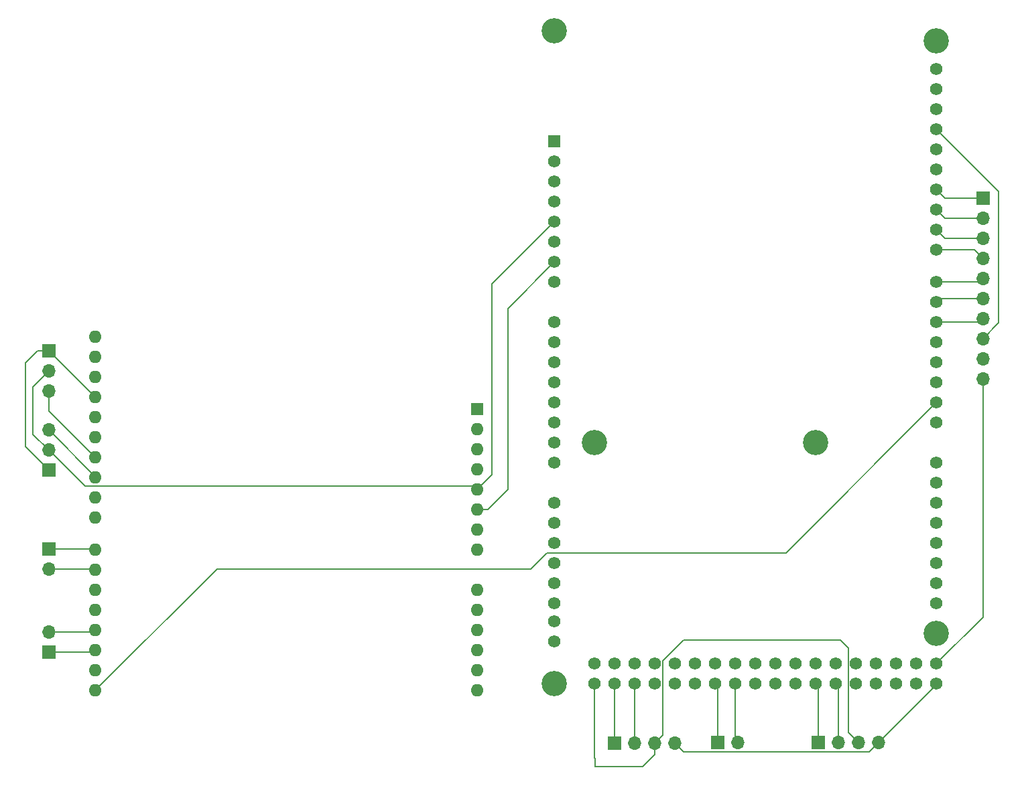
<source format=gbr>
%TF.GenerationSoftware,KiCad,Pcbnew,8.0.3*%
%TF.CreationDate,2024-07-17T21:27:30+08:00*%
%TF.ProjectId,prp_circuit_board,7072705f-6369-4726-9375-69745f626f61,rev?*%
%TF.SameCoordinates,Original*%
%TF.FileFunction,Soldermask,Top*%
%TF.FilePolarity,Negative*%
%FSLAX46Y46*%
G04 Gerber Fmt 4.6, Leading zero omitted, Abs format (unit mm)*
G04 Created by KiCad (PCBNEW 8.0.3) date 2024-07-17 21:27:30*
%MOMM*%
%LPD*%
G01*
G04 APERTURE LIST*
G04 Aperture macros list*
%AMRoundRect*
0 Rectangle with rounded corners*
0 $1 Rounding radius*
0 $2 $3 $4 $5 $6 $7 $8 $9 X,Y pos of 4 corners*
0 Add a 4 corners polygon primitive as box body*
4,1,4,$2,$3,$4,$5,$6,$7,$8,$9,$2,$3,0*
0 Add four circle primitives for the rounded corners*
1,1,$1+$1,$2,$3*
1,1,$1+$1,$4,$5*
1,1,$1+$1,$6,$7*
1,1,$1+$1,$8,$9*
0 Add four rect primitives between the rounded corners*
20,1,$1+$1,$2,$3,$4,$5,0*
20,1,$1+$1,$4,$5,$6,$7,0*
20,1,$1+$1,$6,$7,$8,$9,0*
20,1,$1+$1,$8,$9,$2,$3,0*%
G04 Aperture macros list end*
%ADD10R,1.700000X1.700000*%
%ADD11O,1.700000X1.700000*%
%ADD12C,1.562000*%
%ADD13RoundRect,0.102000X-0.679000X-0.679000X0.679000X-0.679000X0.679000X0.679000X-0.679000X0.679000X0*%
%ADD14C,3.200000*%
%ADD15R,1.600000X1.600000*%
%ADD16O,1.600000X1.600000*%
%TA.AperFunction,ComponentPad*%
%ADD17R,1.700000X1.700000*%
%TD*%
%TA.AperFunction,ComponentPad*%
%ADD18O,1.700000X1.700000*%
%TD*%
%TA.AperFunction,ComponentPad*%
%ADD19C,1.358000*%
%TD*%
%TA.AperFunction,ComponentPad*%
%ADD20R,1.358000X1.358000*%
%TD*%
%TA.AperFunction,ComponentPad*%
%ADD21R,1.600000X1.600000*%
%TD*%
%TA.AperFunction,ComponentPad*%
%ADD22O,1.600000X1.600000*%
%TD*%
%TA.AperFunction,Conductor*%
%ADD23C,0.200000*%
%TD*%
G04 APERTURE END LIST*
D10*
%TO.C,VALVE1*%
X105460000Y-143082826D03*
D11*
X108000000Y-143082826D03*
X110540000Y-143082826D03*
X113080000Y-143082826D03*
%TD*%
D10*
%TO.C,Receiver1*%
X152000000Y-74140000D03*
D11*
X152000000Y-76680000D03*
X152000000Y-79220000D03*
X152000000Y-81760000D03*
X152000000Y-84300000D03*
X152000000Y-86840000D03*
X152000000Y-89380000D03*
X152000000Y-91920000D03*
X152000000Y-94460000D03*
X152000000Y-97000000D03*
%TD*%
D10*
%TO.C,L_PROP1*%
X34000000Y-108540000D03*
D11*
X34000000Y-106000000D03*
X34000000Y-103460000D03*
%TD*%
D12*
%TO.C,A2*%
X97870000Y-84740000D03*
X146130000Y-60356000D03*
X146130000Y-57816000D03*
X97870000Y-72040000D03*
D13*
X97870000Y-66960000D03*
D12*
X97870000Y-69500000D03*
X102950000Y-135540000D03*
X102950000Y-133000000D03*
X146130000Y-65436000D03*
X97870000Y-82200000D03*
X97870000Y-79660000D03*
X146130000Y-62896000D03*
X97870000Y-130206000D03*
X97870000Y-127666000D03*
X97870000Y-125380000D03*
X97870000Y-122840000D03*
X97870000Y-120300000D03*
X97870000Y-117760000D03*
X97870000Y-115220000D03*
X97870000Y-112680000D03*
X97870000Y-107600000D03*
X97870000Y-105060000D03*
X97870000Y-102520000D03*
X97870000Y-99980000D03*
X97870000Y-97440000D03*
X97870000Y-94900000D03*
X97870000Y-92360000D03*
X97870000Y-89820000D03*
X105490000Y-135540000D03*
X105490000Y-133000000D03*
X108030000Y-135540000D03*
X108030000Y-133000000D03*
X110570000Y-135540000D03*
X110570000Y-133000000D03*
X113110000Y-135540000D03*
X113110000Y-133000000D03*
X115650000Y-135540000D03*
X115650000Y-133000000D03*
X118190000Y-135540000D03*
X118190000Y-133000000D03*
X120730000Y-135540000D03*
X120730000Y-133000000D03*
X123270000Y-135540000D03*
X123270000Y-133000000D03*
X125810000Y-135540000D03*
X125810000Y-133000000D03*
X128350000Y-135540000D03*
X128350000Y-133000000D03*
X130890000Y-135540000D03*
X130890000Y-133000000D03*
X133430000Y-135540000D03*
X133430000Y-133000000D03*
X135970000Y-135540000D03*
X135970000Y-133000000D03*
X138510000Y-135540000D03*
X138510000Y-133000000D03*
X141050000Y-135540000D03*
X141050000Y-133000000D03*
X143590000Y-135540000D03*
X143590000Y-133000000D03*
X146130000Y-125380000D03*
X146130000Y-122840000D03*
X146130000Y-120300000D03*
X146130000Y-117760000D03*
X146130000Y-115220000D03*
X146130000Y-112680000D03*
X146130000Y-110140000D03*
X146130000Y-107600000D03*
X146130000Y-67976000D03*
X146130000Y-70516000D03*
X146130000Y-73056000D03*
X146130000Y-75596000D03*
X146130000Y-78136000D03*
X146130000Y-80676000D03*
X146130000Y-84740000D03*
X146130000Y-87280000D03*
X146130000Y-135540000D03*
X146130000Y-133000000D03*
X97870000Y-77120000D03*
X146130000Y-89820000D03*
X146130000Y-92360000D03*
X97870000Y-74580000D03*
X146130000Y-94900000D03*
X146130000Y-97440000D03*
X146130000Y-99980000D03*
X146130000Y-102520000D03*
D14*
X146130000Y-129190000D03*
X146130000Y-54260000D03*
X130890000Y-105060000D03*
X102950000Y-105060000D03*
X97870000Y-135540000D03*
X97870000Y-52990000D03*
%TD*%
D10*
%TO.C,R_PROP1*%
X34000000Y-93460000D03*
D11*
X34000000Y-96000000D03*
X34000000Y-98540000D03*
%TD*%
D10*
%TO.C,L_TRACK1*%
X34000000Y-131540000D03*
D11*
X34000000Y-129000000D03*
%TD*%
D15*
%TO.C,A1*%
X88130000Y-100825000D03*
D16*
X88130000Y-103365000D03*
X88130000Y-105905000D03*
X88130000Y-108445000D03*
X88130000Y-110985000D03*
X88130000Y-113525000D03*
X88130000Y-116065000D03*
X88130000Y-118605000D03*
X88130000Y-123685000D03*
X88130000Y-126225000D03*
X88130000Y-128765000D03*
X88130000Y-131305000D03*
X88130000Y-133845000D03*
X88130000Y-136385000D03*
X39870000Y-136385000D03*
X39870000Y-133845000D03*
X39870000Y-131305000D03*
X39870000Y-128765000D03*
X39870000Y-126225000D03*
X39870000Y-123685000D03*
X39870000Y-121145000D03*
X39870000Y-118605000D03*
X39870000Y-114545000D03*
X39870000Y-112005000D03*
X39870000Y-109465000D03*
X39870000Y-106925000D03*
X39870000Y-104385000D03*
X39870000Y-101845000D03*
X39870000Y-99305000D03*
X39870000Y-96765000D03*
X39870000Y-94225000D03*
X39870000Y-91685000D03*
%TD*%
D10*
%TO.C,R_TRACK1*%
X34000000Y-118460000D03*
D11*
X34000000Y-121000000D03*
%TD*%
D10*
%TO.C,PUMPS1*%
X131200000Y-142975000D03*
D11*
X133740000Y-142975000D03*
X136280000Y-142975000D03*
X138820000Y-142975000D03*
%TD*%
D10*
%TO.C,ACTUATOR1*%
X118460000Y-143000000D03*
D11*
X121000000Y-143000000D03*
%TD*%
D17*
%TO.P,VALVE1,1,Pin_1*%
%TO.N,Net-(VALVE1-Pin_1)*%
X105460000Y-143082826D03*
D18*
%TO.P,VALVE1,2,Pin_2*%
%TO.N,Net-(VALVE1-Pin_2)*%
X108000000Y-143082826D03*
%TO.P,VALVE1,3,Pin_3*%
%TO.N,GND*%
X110540000Y-143082826D03*
%TO.P,VALVE1,4,Pin_4*%
%TO.N,+5V*%
X113080000Y-143082826D03*
%TD*%
D17*
%TO.P,Receiver1,1,Pin_1*%
%TO.N,JOYSTICK_RIGHT_X*%
X152000000Y-74140000D03*
D18*
%TO.P,Receiver1,2,Pin_2*%
%TO.N,JOYSTICK_RIGHT_Y*%
X152000000Y-76680000D03*
%TO.P,Receiver1,3,Pin_3*%
%TO.N,JOYSTICK_LEFT_Y*%
X152000000Y-79220000D03*
%TO.P,Receiver1,4,Pin_4*%
%TO.N,JOYSTICK_LEFT_X*%
X152000000Y-81760000D03*
%TO.P,Receiver1,5,Pin_5*%
%TO.N,CH6_SIGNAL*%
X152000000Y-84300000D03*
%TO.P,Receiver1,6,Pin_6*%
%TO.N,PUMP_SIGNAL*%
X152000000Y-86840000D03*
%TO.P,Receiver1,7,Pin_7*%
%TO.N,ACTUATOR_SIGNAL*%
X152000000Y-89380000D03*
%TO.P,Receiver1,8,Pin_8*%
%TO.N,GND*%
X152000000Y-91920000D03*
%TO.P,Receiver1,9,Pin_9*%
%TO.N,unconnected-(Receiver1-Pin_9-Pad9)*%
X152000000Y-94460000D03*
%TO.P,Receiver1,10,Pin_10*%
%TO.N,+5V*%
X152000000Y-97000000D03*
%TD*%
D17*
%TO.P,L_PROP1,1,Pin_1*%
%TO.N,GND*%
X34000000Y-108540000D03*
D18*
%TO.P,L_PROP1,2,Pin_2*%
%TO.N,+5V*%
X34000000Y-106000000D03*
%TO.P,L_PROP1,3,Pin_3*%
%TO.N,Net-(A1-D10)*%
X34000000Y-103460000D03*
%TD*%
D19*
%TO.P,A2,VIN,VIN*%
%TO.N,unconnected-(A2-PadVIN)*%
X97870000Y-84740000D03*
%TO.P,A2,SDA,SDA*%
%TO.N,unconnected-(A2-PadSDA)*%
X146130000Y-60356000D03*
%TO.P,A2,SCL,SCL*%
%TO.N,unconnected-(A2-PadSCL)*%
X146130000Y-57816000D03*
%TO.P,A2,RESET,RESET*%
%TO.N,unconnected-(A2-PadRESET)*%
X97870000Y-72040000D03*
D20*
%TO.P,A2,NC,NC*%
%TO.N,unconnected-(A2-PadNC)*%
X97870000Y-66960000D03*
D19*
%TO.P,A2,IOREF,IOREF*%
%TO.N,unconnected-(A2-PadIOREF)*%
X97870000Y-69500000D03*
%TO.P,A2,GND5,GND5*%
%TO.N,GND*%
X102950000Y-135540000D03*
%TO.P,A2,GND4,GND4*%
X102950000Y-133000000D03*
%TO.P,A2,GND3,GND3*%
X146130000Y-65436000D03*
%TO.P,A2,GND2,GND2*%
X97870000Y-82200000D03*
%TO.P,A2,GND1,GND1*%
X97870000Y-79660000D03*
%TO.P,A2,AREF,AREF*%
%TO.N,unconnected-(A2-PadAREF)*%
X146130000Y-62896000D03*
%TO.P,A2,AD15,AD15*%
%TO.N,unconnected-(A2-PadAD15)*%
X97870000Y-130206000D03*
%TO.P,A2,AD14,AD14*%
%TO.N,unconnected-(A2-PadAD14)*%
X97870000Y-127666000D03*
%TO.P,A2,AD13,AD13*%
%TO.N,unconnected-(A2-PadAD13)*%
X97870000Y-125380000D03*
%TO.P,A2,AD12,AD12*%
%TO.N,unconnected-(A2-PadAD12)*%
X97870000Y-122840000D03*
%TO.P,A2,AD11,AD11*%
%TO.N,unconnected-(A2-PadAD11)*%
X97870000Y-120300000D03*
%TO.P,A2,AD10,AD10*%
%TO.N,unconnected-(A2-PadAD10)*%
X97870000Y-117760000D03*
%TO.P,A2,AD9,AD9*%
%TO.N,unconnected-(A2-PadAD9)*%
X97870000Y-115220000D03*
%TO.P,A2,AD8,AD8*%
%TO.N,unconnected-(A2-PadAD8)*%
X97870000Y-112680000D03*
%TO.P,A2,AD7,AD7*%
%TO.N,unconnected-(A2-PadAD7)*%
X97870000Y-107600000D03*
%TO.P,A2,AD6,AD6*%
%TO.N,unconnected-(A2-PadAD6)*%
X97870000Y-105060000D03*
%TO.P,A2,AD5,AD5*%
%TO.N,unconnected-(A2-PadAD5)*%
X97870000Y-102520000D03*
%TO.P,A2,AD4,AD4*%
%TO.N,unconnected-(A2-PadAD4)*%
X97870000Y-99980000D03*
%TO.P,A2,AD3,AD3*%
%TO.N,unconnected-(A2-PadAD3)*%
X97870000Y-97440000D03*
%TO.P,A2,AD2,AD2*%
%TO.N,unconnected-(A2-PadAD2)*%
X97870000Y-94900000D03*
%TO.P,A2,AD1,AD1*%
%TO.N,unconnected-(A2-PadAD1)*%
X97870000Y-92360000D03*
%TO.P,A2,AD0,AD0*%
%TO.N,unconnected-(A2-PadAD0)*%
X97870000Y-89820000D03*
%TO.P,A2,53,53*%
%TO.N,Net-(VALVE1-Pin_1)*%
X105490000Y-135540000D03*
%TO.P,A2,52,52*%
%TO.N,unconnected-(A2-Pad52)*%
X105490000Y-133000000D03*
%TO.P,A2,51,51*%
%TO.N,Net-(VALVE1-Pin_2)*%
X108030000Y-135540000D03*
%TO.P,A2,50,50*%
%TO.N,unconnected-(A2-Pad50)*%
X108030000Y-133000000D03*
%TO.P,A2,49,49*%
%TO.N,unconnected-(A2-Pad49)*%
X110570000Y-135540000D03*
%TO.P,A2,48,48*%
%TO.N,unconnected-(A2-Pad48)*%
X110570000Y-133000000D03*
%TO.P,A2,47,47*%
%TO.N,unconnected-(A2-Pad47)*%
X113110000Y-135540000D03*
%TO.P,A2,46,46*%
%TO.N,unconnected-(A2-Pad46)*%
X113110000Y-133000000D03*
%TO.P,A2,45,45*%
%TO.N,unconnected-(A2-Pad45)*%
X115650000Y-135540000D03*
%TO.P,A2,44,44*%
%TO.N,unconnected-(A2-Pad44)*%
X115650000Y-133000000D03*
%TO.P,A2,43,43*%
%TO.N,Net-(ACTUATOR1-Pin_1)*%
X118190000Y-135540000D03*
%TO.P,A2,42,42*%
%TO.N,unconnected-(A2-Pad42)*%
X118190000Y-133000000D03*
%TO.P,A2,41,41*%
%TO.N,Net-(ACTUATOR1-Pin_2)*%
X120730000Y-135540000D03*
%TO.P,A2,40,40*%
%TO.N,unconnected-(A2-Pad40)*%
X120730000Y-133000000D03*
%TO.P,A2,39,39*%
%TO.N,unconnected-(A2-Pad39)*%
X123270000Y-135540000D03*
%TO.P,A2,38,38*%
%TO.N,unconnected-(A2-Pad38)*%
X123270000Y-133000000D03*
%TO.P,A2,37,37*%
%TO.N,unconnected-(A2-Pad37)*%
X125810000Y-135540000D03*
%TO.P,A2,36,36*%
%TO.N,unconnected-(A2-Pad36)*%
X125810000Y-133000000D03*
%TO.P,A2,35,35*%
%TO.N,unconnected-(A2-Pad35)*%
X128350000Y-135540000D03*
%TO.P,A2,34,34*%
%TO.N,unconnected-(A2-Pad34)*%
X128350000Y-133000000D03*
%TO.P,A2,33,33*%
%TO.N,Net-(PUMPS1-Pin_1)*%
X130890000Y-135540000D03*
%TO.P,A2,32,32*%
%TO.N,unconnected-(A2-Pad32)*%
X130890000Y-133000000D03*
%TO.P,A2,31,31*%
%TO.N,Net-(PUMPS1-Pin_2)*%
X133430000Y-135540000D03*
%TO.P,A2,30,30*%
%TO.N,unconnected-(A2-Pad30)*%
X133430000Y-133000000D03*
%TO.P,A2,29,29*%
%TO.N,unconnected-(A2-Pad29)*%
X135970000Y-135540000D03*
%TO.P,A2,28,28*%
%TO.N,unconnected-(A2-Pad28)*%
X135970000Y-133000000D03*
%TO.P,A2,27,27*%
%TO.N,unconnected-(A2-Pad27)*%
X138510000Y-135540000D03*
%TO.P,A2,26,26*%
%TO.N,unconnected-(A2-Pad26)*%
X138510000Y-133000000D03*
%TO.P,A2,25,25*%
%TO.N,unconnected-(A2-Pad25)*%
X141050000Y-135540000D03*
%TO.P,A2,24,24*%
%TO.N,unconnected-(A2-Pad24)*%
X141050000Y-133000000D03*
%TO.P,A2,23,23*%
%TO.N,unconnected-(A2-Pad23)*%
X143590000Y-135540000D03*
%TO.P,A2,22,22*%
%TO.N,unconnected-(A2-Pad22)*%
X143590000Y-133000000D03*
%TO.P,A2,21,21*%
%TO.N,unconnected-(A2-Pad21)*%
X146130000Y-125380000D03*
%TO.P,A2,20,20*%
%TO.N,unconnected-(A2-Pad20)*%
X146130000Y-122840000D03*
%TO.P,A2,19,19*%
%TO.N,unconnected-(A2-Pad19)*%
X146130000Y-120300000D03*
%TO.P,A2,18,18*%
%TO.N,unconnected-(A2-Pad18)*%
X146130000Y-117760000D03*
%TO.P,A2,17,17*%
%TO.N,unconnected-(A2-Pad17)*%
X146130000Y-115220000D03*
%TO.P,A2,16,16*%
%TO.N,unconnected-(A2-Pad16)*%
X146130000Y-112680000D03*
%TO.P,A2,15,15*%
%TO.N,unconnected-(A2-Pad15)*%
X146130000Y-110140000D03*
%TO.P,A2,14,14*%
%TO.N,unconnected-(A2-Pad14)*%
X146130000Y-107600000D03*
%TO.P,A2,13,13*%
%TO.N,unconnected-(A2-Pad13)*%
X146130000Y-67976000D03*
%TO.P,A2,12,12*%
%TO.N,unconnected-(A2-Pad12)*%
X146130000Y-70516000D03*
%TO.P,A2,11,11*%
%TO.N,JOYSTICK_RIGHT_X*%
X146130000Y-73056000D03*
%TO.P,A2,10,10*%
%TO.N,JOYSTICK_RIGHT_Y*%
X146130000Y-75596000D03*
%TO.P,A2,9,9*%
%TO.N,JOYSTICK_LEFT_Y*%
X146130000Y-78136000D03*
%TO.P,A2,8,8*%
%TO.N,JOYSTICK_LEFT_X*%
X146130000Y-80676000D03*
%TO.P,A2,7,7*%
%TO.N,CH6_SIGNAL*%
X146130000Y-84740000D03*
%TO.P,A2,6,6*%
%TO.N,PUMP_SIGNAL*%
X146130000Y-87280000D03*
%TO.P,A2,5V_3,+5V_3*%
%TO.N,+5V*%
X146130000Y-135540000D03*
%TO.P,A2,5V_2,+5V_2*%
X146130000Y-133000000D03*
%TO.P,A2,5V_1,+5V_1*%
X97870000Y-77120000D03*
%TO.P,A2,5,5*%
%TO.N,ACTUATOR_SIGNAL*%
X146130000Y-89820000D03*
%TO.P,A2,4,4*%
%TO.N,unconnected-(A2-Pad4)*%
X146130000Y-92360000D03*
%TO.P,A2,3V3,+3V3*%
%TO.N,unconnected-(A2-+3V3-Pad3V3)*%
X97870000Y-74580000D03*
%TO.P,A2,3,3*%
%TO.N,unconnected-(A2-Pad3)*%
X146130000Y-94900000D03*
%TO.P,A2,2,2*%
%TO.N,unconnected-(A2-Pad2)*%
X146130000Y-97440000D03*
%TO.P,A2,1,1/TX*%
%TO.N,Net-(A1-D0{slash}RX)*%
X146130000Y-99980000D03*
%TO.P,A2,0,0/RX*%
%TO.N,unconnected-(A2-0{slash}RX-Pad0)*%
X146130000Y-102520000D03*
%TD*%
D17*
%TO.P,R_PROP1,1,Pin_1*%
%TO.N,GND*%
X34000000Y-93460000D03*
D18*
%TO.P,R_PROP1,2,Pin_2*%
%TO.N,+5V*%
X34000000Y-96000000D03*
%TO.P,R_PROP1,3,Pin_3*%
%TO.N,Net-(A1-D11)*%
X34000000Y-98540000D03*
%TD*%
D17*
%TO.P,L_TRACK1,1,Pin_1*%
%TO.N,Net-(A1-D2)*%
X34000000Y-131540000D03*
D18*
%TO.P,L_TRACK1,2,Pin_2*%
%TO.N,Net-(A1-D3)*%
X34000000Y-129000000D03*
%TD*%
D21*
%TO.P,A1,1,NC*%
%TO.N,unconnected-(A1-NC-Pad1)*%
X88130000Y-100825000D03*
D22*
%TO.P,A1,2,IOREF*%
%TO.N,unconnected-(A1-IOREF-Pad2)*%
X88130000Y-103365000D03*
%TO.P,A1,3,~{RESET}*%
%TO.N,unconnected-(A1-~{RESET}-Pad3)*%
X88130000Y-105905000D03*
%TO.P,A1,4,3V3*%
%TO.N,unconnected-(A1-3V3-Pad4)*%
X88130000Y-108445000D03*
%TO.P,A1,5,+5V*%
%TO.N,+5V*%
X88130000Y-110985000D03*
%TO.P,A1,6,GND*%
%TO.N,GND*%
X88130000Y-113525000D03*
%TO.P,A1,7,GND*%
%TO.N,unconnected-(A1-GND-Pad7)*%
X88130000Y-116065000D03*
%TO.P,A1,8,VIN*%
%TO.N,unconnected-(A1-VIN-Pad8)*%
X88130000Y-118605000D03*
%TO.P,A1,9,A0*%
%TO.N,unconnected-(A1-A0-Pad9)*%
X88130000Y-123685000D03*
%TO.P,A1,10,A1*%
%TO.N,unconnected-(A1-A1-Pad10)*%
X88130000Y-126225000D03*
%TO.P,A1,11,A2*%
%TO.N,unconnected-(A1-A2-Pad11)*%
X88130000Y-128765000D03*
%TO.P,A1,12,A3*%
%TO.N,unconnected-(A1-A3-Pad12)*%
X88130000Y-131305000D03*
%TO.P,A1,13,SDA/A4*%
%TO.N,unconnected-(A1-SDA{slash}A4-Pad13)*%
X88130000Y-133845000D03*
%TO.P,A1,14,SCL/A5*%
%TO.N,unconnected-(A1-SCL{slash}A5-Pad14)*%
X88130000Y-136385000D03*
%TO.P,A1,15,D0/RX*%
%TO.N,Net-(A1-D0{slash}RX)*%
X39870000Y-136385000D03*
%TO.P,A1,16,D1/TX*%
%TO.N,unconnected-(A1-D1{slash}TX-Pad16)*%
X39870000Y-133845000D03*
%TO.P,A1,17,D2*%
%TO.N,Net-(A1-D2)*%
X39870000Y-131305000D03*
%TO.P,A1,18,D3*%
%TO.N,Net-(A1-D3)*%
X39870000Y-128765000D03*
%TO.P,A1,19,D4*%
%TO.N,unconnected-(A1-D4-Pad19)*%
X39870000Y-126225000D03*
%TO.P,A1,20,D5*%
%TO.N,unconnected-(A1-D5-Pad20)*%
X39870000Y-123685000D03*
%TO.P,A1,21,D6*%
%TO.N,Net-(A1-D6)*%
X39870000Y-121145000D03*
%TO.P,A1,22,D7*%
%TO.N,Net-(A1-D7)*%
X39870000Y-118605000D03*
%TO.P,A1,23,D8*%
%TO.N,unconnected-(A1-D8-Pad23)*%
X39870000Y-114545000D03*
%TO.P,A1,24,D9*%
%TO.N,unconnected-(A1-D9-Pad24)*%
X39870000Y-112005000D03*
%TO.P,A1,25,D10*%
%TO.N,Net-(A1-D10)*%
X39870000Y-109465000D03*
%TO.P,A1,26,D11*%
%TO.N,Net-(A1-D11)*%
X39870000Y-106925000D03*
%TO.P,A1,27,D12*%
%TO.N,unconnected-(A1-D12-Pad27)*%
X39870000Y-104385000D03*
%TO.P,A1,28,D13*%
%TO.N,unconnected-(A1-D13-Pad28)*%
X39870000Y-101845000D03*
%TO.P,A1,29,GND*%
%TO.N,GND*%
X39870000Y-99305000D03*
%TO.P,A1,30,AREF*%
%TO.N,unconnected-(A1-AREF-Pad30)*%
X39870000Y-96765000D03*
%TO.P,A1,31,SDA/A4*%
%TO.N,unconnected-(A1-SDA{slash}A4-Pad31)*%
X39870000Y-94225000D03*
%TO.P,A1,32,SCL/A5*%
%TO.N,unconnected-(A1-SCL{slash}A5-Pad32)*%
X39870000Y-91685000D03*
%TD*%
D17*
%TO.P,R_TRACK1,1,Pin_1*%
%TO.N,Net-(A1-D7)*%
X34000000Y-118460000D03*
D18*
%TO.P,R_TRACK1,2,Pin_2*%
%TO.N,Net-(A1-D6)*%
X34000000Y-121000000D03*
%TD*%
D17*
%TO.P,PUMPS1,1,Pin_1*%
%TO.N,Net-(PUMPS1-Pin_1)*%
X131200000Y-142975000D03*
D18*
%TO.P,PUMPS1,2,Pin_2*%
%TO.N,Net-(PUMPS1-Pin_2)*%
X133740000Y-142975000D03*
%TO.P,PUMPS1,3,Pin_3*%
%TO.N,GND*%
X136280000Y-142975000D03*
%TO.P,PUMPS1,4,Pin_4*%
%TO.N,+5V*%
X138820000Y-142975000D03*
%TD*%
D17*
%TO.P,ACTUATOR1,1,Pin_1*%
%TO.N,Net-(ACTUATOR1-Pin_1)*%
X118460000Y-143000000D03*
D18*
%TO.P,ACTUATOR1,2,Pin_2*%
%TO.N,Net-(ACTUATOR1-Pin_2)*%
X121000000Y-143000000D03*
%TD*%
D17*
%TO.P,VALVE1,1,Pin_1*%
%TO.N,Net-(VALVE1-Pin_1)*%
X105460000Y-143082826D03*
D18*
%TO.P,VALVE1,2,Pin_2*%
%TO.N,Net-(VALVE1-Pin_2)*%
X108000000Y-143082826D03*
%TO.P,VALVE1,3,Pin_3*%
%TO.N,GND*%
X110540000Y-143082826D03*
%TO.P,VALVE1,4,Pin_4*%
%TO.N,+5V*%
X113080000Y-143082826D03*
%TD*%
D17*
%TO.P,Receiver1,1,Pin_1*%
%TO.N,JOYSTICK_RIGHT_X*%
X152000000Y-74140000D03*
D18*
%TO.P,Receiver1,2,Pin_2*%
%TO.N,JOYSTICK_RIGHT_Y*%
X152000000Y-76680000D03*
%TO.P,Receiver1,3,Pin_3*%
%TO.N,JOYSTICK_LEFT_Y*%
X152000000Y-79220000D03*
%TO.P,Receiver1,4,Pin_4*%
%TO.N,JOYSTICK_LEFT_X*%
X152000000Y-81760000D03*
%TO.P,Receiver1,5,Pin_5*%
%TO.N,CH6_SIGNAL*%
X152000000Y-84300000D03*
%TO.P,Receiver1,6,Pin_6*%
%TO.N,PUMP_SIGNAL*%
X152000000Y-86840000D03*
%TO.P,Receiver1,7,Pin_7*%
%TO.N,ACTUATOR_SIGNAL*%
X152000000Y-89380000D03*
%TO.P,Receiver1,8,Pin_8*%
%TO.N,GND*%
X152000000Y-91920000D03*
%TO.P,Receiver1,9,Pin_9*%
%TO.N,unconnected-(Receiver1-Pin_9-Pad9)*%
X152000000Y-94460000D03*
%TO.P,Receiver1,10,Pin_10*%
%TO.N,+5V*%
X152000000Y-97000000D03*
%TD*%
D17*
%TO.P,L_PROP1,1,Pin_1*%
%TO.N,GND*%
X34000000Y-108540000D03*
D18*
%TO.P,L_PROP1,2,Pin_2*%
%TO.N,+5V*%
X34000000Y-106000000D03*
%TO.P,L_PROP1,3,Pin_3*%
%TO.N,Net-(A1-D10)*%
X34000000Y-103460000D03*
%TD*%
D19*
%TO.P,A2,VIN,VIN*%
%TO.N,unconnected-(A2-PadVIN)*%
X97870000Y-84740000D03*
%TO.P,A2,SDA,SDA*%
%TO.N,unconnected-(A2-PadSDA)*%
X146130000Y-60356000D03*
%TO.P,A2,SCL,SCL*%
%TO.N,unconnected-(A2-PadSCL)*%
X146130000Y-57816000D03*
%TO.P,A2,RESET,RESET*%
%TO.N,unconnected-(A2-PadRESET)*%
X97870000Y-72040000D03*
D20*
%TO.P,A2,NC,NC*%
%TO.N,unconnected-(A2-PadNC)*%
X97870000Y-66960000D03*
D19*
%TO.P,A2,IOREF,IOREF*%
%TO.N,unconnected-(A2-PadIOREF)*%
X97870000Y-69500000D03*
%TO.P,A2,GND5,GND5*%
%TO.N,GND*%
X102950000Y-135540000D03*
%TO.P,A2,GND4,GND4*%
X102950000Y-133000000D03*
%TO.P,A2,GND3,GND3*%
X146130000Y-65436000D03*
%TO.P,A2,GND2,GND2*%
X97870000Y-82200000D03*
%TO.P,A2,GND1,GND1*%
X97870000Y-79660000D03*
%TO.P,A2,AREF,AREF*%
%TO.N,unconnected-(A2-PadAREF)*%
X146130000Y-62896000D03*
%TO.P,A2,AD15,AD15*%
%TO.N,unconnected-(A2-PadAD15)*%
X97870000Y-130206000D03*
%TO.P,A2,AD14,AD14*%
%TO.N,unconnected-(A2-PadAD14)*%
X97870000Y-127666000D03*
%TO.P,A2,AD13,AD13*%
%TO.N,unconnected-(A2-PadAD13)*%
X97870000Y-125380000D03*
%TO.P,A2,AD12,AD12*%
%TO.N,unconnected-(A2-PadAD12)*%
X97870000Y-122840000D03*
%TO.P,A2,AD11,AD11*%
%TO.N,unconnected-(A2-PadAD11)*%
X97870000Y-120300000D03*
%TO.P,A2,AD10,AD10*%
%TO.N,unconnected-(A2-PadAD10)*%
X97870000Y-117760000D03*
%TO.P,A2,AD9,AD9*%
%TO.N,unconnected-(A2-PadAD9)*%
X97870000Y-115220000D03*
%TO.P,A2,AD8,AD8*%
%TO.N,unconnected-(A2-PadAD8)*%
X97870000Y-112680000D03*
%TO.P,A2,AD7,AD7*%
%TO.N,unconnected-(A2-PadAD7)*%
X97870000Y-107600000D03*
%TO.P,A2,AD6,AD6*%
%TO.N,unconnected-(A2-PadAD6)*%
X97870000Y-105060000D03*
%TO.P,A2,AD5,AD5*%
%TO.N,unconnected-(A2-PadAD5)*%
X97870000Y-102520000D03*
%TO.P,A2,AD4,AD4*%
%TO.N,unconnected-(A2-PadAD4)*%
X97870000Y-99980000D03*
%TO.P,A2,AD3,AD3*%
%TO.N,unconnected-(A2-PadAD3)*%
X97870000Y-97440000D03*
%TO.P,A2,AD2,AD2*%
%TO.N,unconnected-(A2-PadAD2)*%
X97870000Y-94900000D03*
%TO.P,A2,AD1,AD1*%
%TO.N,unconnected-(A2-PadAD1)*%
X97870000Y-92360000D03*
%TO.P,A2,AD0,AD0*%
%TO.N,unconnected-(A2-PadAD0)*%
X97870000Y-89820000D03*
%TO.P,A2,53,53*%
%TO.N,Net-(VALVE1-Pin_1)*%
X105490000Y-135540000D03*
%TO.P,A2,52,52*%
%TO.N,unconnected-(A2-Pad52)*%
X105490000Y-133000000D03*
%TO.P,A2,51,51*%
%TO.N,Net-(VALVE1-Pin_2)*%
X108030000Y-135540000D03*
%TO.P,A2,50,50*%
%TO.N,unconnected-(A2-Pad50)*%
X108030000Y-133000000D03*
%TO.P,A2,49,49*%
%TO.N,unconnected-(A2-Pad49)*%
X110570000Y-135540000D03*
%TO.P,A2,48,48*%
%TO.N,unconnected-(A2-Pad48)*%
X110570000Y-133000000D03*
%TO.P,A2,47,47*%
%TO.N,unconnected-(A2-Pad47)*%
X113110000Y-135540000D03*
%TO.P,A2,46,46*%
%TO.N,unconnected-(A2-Pad46)*%
X113110000Y-133000000D03*
%TO.P,A2,45,45*%
%TO.N,unconnected-(A2-Pad45)*%
X115650000Y-135540000D03*
%TO.P,A2,44,44*%
%TO.N,unconnected-(A2-Pad44)*%
X115650000Y-133000000D03*
%TO.P,A2,43,43*%
%TO.N,Net-(ACTUATOR1-Pin_1)*%
X118190000Y-135540000D03*
%TO.P,A2,42,42*%
%TO.N,unconnected-(A2-Pad42)*%
X118190000Y-133000000D03*
%TO.P,A2,41,41*%
%TO.N,Net-(ACTUATOR1-Pin_2)*%
X120730000Y-135540000D03*
%TO.P,A2,40,40*%
%TO.N,unconnected-(A2-Pad40)*%
X120730000Y-133000000D03*
%TO.P,A2,39,39*%
%TO.N,unconnected-(A2-Pad39)*%
X123270000Y-135540000D03*
%TO.P,A2,38,38*%
%TO.N,unconnected-(A2-Pad38)*%
X123270000Y-133000000D03*
%TO.P,A2,37,37*%
%TO.N,unconnected-(A2-Pad37)*%
X125810000Y-135540000D03*
%TO.P,A2,36,36*%
%TO.N,unconnected-(A2-Pad36)*%
X125810000Y-133000000D03*
%TO.P,A2,35,35*%
%TO.N,unconnected-(A2-Pad35)*%
X128350000Y-135540000D03*
%TO.P,A2,34,34*%
%TO.N,unconnected-(A2-Pad34)*%
X128350000Y-133000000D03*
%TO.P,A2,33,33*%
%TO.N,Net-(PUMPS1-Pin_1)*%
X130890000Y-135540000D03*
%TO.P,A2,32,32*%
%TO.N,unconnected-(A2-Pad32)*%
X130890000Y-133000000D03*
%TO.P,A2,31,31*%
%TO.N,Net-(PUMPS1-Pin_2)*%
X133430000Y-135540000D03*
%TO.P,A2,30,30*%
%TO.N,unconnected-(A2-Pad30)*%
X133430000Y-133000000D03*
%TO.P,A2,29,29*%
%TO.N,unconnected-(A2-Pad29)*%
X135970000Y-135540000D03*
%TO.P,A2,28,28*%
%TO.N,unconnected-(A2-Pad28)*%
X135970000Y-133000000D03*
%TO.P,A2,27,27*%
%TO.N,unconnected-(A2-Pad27)*%
X138510000Y-135540000D03*
%TO.P,A2,26,26*%
%TO.N,unconnected-(A2-Pad26)*%
X138510000Y-133000000D03*
%TO.P,A2,25,25*%
%TO.N,unconnected-(A2-Pad25)*%
X141050000Y-135540000D03*
%TO.P,A2,24,24*%
%TO.N,unconnected-(A2-Pad24)*%
X141050000Y-133000000D03*
%TO.P,A2,23,23*%
%TO.N,unconnected-(A2-Pad23)*%
X143590000Y-135540000D03*
%TO.P,A2,22,22*%
%TO.N,unconnected-(A2-Pad22)*%
X143590000Y-133000000D03*
%TO.P,A2,21,21*%
%TO.N,unconnected-(A2-Pad21)*%
X146130000Y-125380000D03*
%TO.P,A2,20,20*%
%TO.N,unconnected-(A2-Pad20)*%
X146130000Y-122840000D03*
%TO.P,A2,19,19*%
%TO.N,unconnected-(A2-Pad19)*%
X146130000Y-120300000D03*
%TO.P,A2,18,18*%
%TO.N,unconnected-(A2-Pad18)*%
X146130000Y-117760000D03*
%TO.P,A2,17,17*%
%TO.N,unconnected-(A2-Pad17)*%
X146130000Y-115220000D03*
%TO.P,A2,16,16*%
%TO.N,unconnected-(A2-Pad16)*%
X146130000Y-112680000D03*
%TO.P,A2,15,15*%
%TO.N,unconnected-(A2-Pad15)*%
X146130000Y-110140000D03*
%TO.P,A2,14,14*%
%TO.N,unconnected-(A2-Pad14)*%
X146130000Y-107600000D03*
%TO.P,A2,13,13*%
%TO.N,unconnected-(A2-Pad13)*%
X146130000Y-67976000D03*
%TO.P,A2,12,12*%
%TO.N,unconnected-(A2-Pad12)*%
X146130000Y-70516000D03*
%TO.P,A2,11,11*%
%TO.N,JOYSTICK_RIGHT_X*%
X146130000Y-73056000D03*
%TO.P,A2,10,10*%
%TO.N,JOYSTICK_RIGHT_Y*%
X146130000Y-75596000D03*
%TO.P,A2,9,9*%
%TO.N,JOYSTICK_LEFT_Y*%
X146130000Y-78136000D03*
%TO.P,A2,8,8*%
%TO.N,JOYSTICK_LEFT_X*%
X146130000Y-80676000D03*
%TO.P,A2,7,7*%
%TO.N,CH6_SIGNAL*%
X146130000Y-84740000D03*
%TO.P,A2,6,6*%
%TO.N,PUMP_SIGNAL*%
X146130000Y-87280000D03*
%TO.P,A2,5V_3,+5V_3*%
%TO.N,+5V*%
X146130000Y-135540000D03*
%TO.P,A2,5V_2,+5V_2*%
X146130000Y-133000000D03*
%TO.P,A2,5V_1,+5V_1*%
X97870000Y-77120000D03*
%TO.P,A2,5,5*%
%TO.N,ACTUATOR_SIGNAL*%
X146130000Y-89820000D03*
%TO.P,A2,4,4*%
%TO.N,unconnected-(A2-Pad4)*%
X146130000Y-92360000D03*
%TO.P,A2,3V3,+3V3*%
%TO.N,unconnected-(A2-+3V3-Pad3V3)*%
X97870000Y-74580000D03*
%TO.P,A2,3,3*%
%TO.N,unconnected-(A2-Pad3)*%
X146130000Y-94900000D03*
%TO.P,A2,2,2*%
%TO.N,unconnected-(A2-Pad2)*%
X146130000Y-97440000D03*
%TO.P,A2,1,1/TX*%
%TO.N,Net-(A1-D0{slash}RX)*%
X146130000Y-99980000D03*
%TO.P,A2,0,0/RX*%
%TO.N,unconnected-(A2-0{slash}RX-Pad0)*%
X146130000Y-102520000D03*
%TD*%
D17*
%TO.P,R_PROP1,1,Pin_1*%
%TO.N,GND*%
X34000000Y-93460000D03*
D18*
%TO.P,R_PROP1,2,Pin_2*%
%TO.N,+5V*%
X34000000Y-96000000D03*
%TO.P,R_PROP1,3,Pin_3*%
%TO.N,Net-(A1-D11)*%
X34000000Y-98540000D03*
%TD*%
D17*
%TO.P,L_TRACK1,1,Pin_1*%
%TO.N,Net-(A1-D2)*%
X34000000Y-131540000D03*
D18*
%TO.P,L_TRACK1,2,Pin_2*%
%TO.N,Net-(A1-D3)*%
X34000000Y-129000000D03*
%TD*%
D21*
%TO.P,A1,1,NC*%
%TO.N,unconnected-(A1-NC-Pad1)*%
X88130000Y-100825000D03*
D22*
%TO.P,A1,2,IOREF*%
%TO.N,unconnected-(A1-IOREF-Pad2)*%
X88130000Y-103365000D03*
%TO.P,A1,3,~{RESET}*%
%TO.N,unconnected-(A1-~{RESET}-Pad3)*%
X88130000Y-105905000D03*
%TO.P,A1,4,3V3*%
%TO.N,unconnected-(A1-3V3-Pad4)*%
X88130000Y-108445000D03*
%TO.P,A1,5,+5V*%
%TO.N,+5V*%
X88130000Y-110985000D03*
%TO.P,A1,6,GND*%
%TO.N,GND*%
X88130000Y-113525000D03*
%TO.P,A1,7,GND*%
%TO.N,unconnected-(A1-GND-Pad7)*%
X88130000Y-116065000D03*
%TO.P,A1,8,VIN*%
%TO.N,unconnected-(A1-VIN-Pad8)*%
X88130000Y-118605000D03*
%TO.P,A1,9,A0*%
%TO.N,unconnected-(A1-A0-Pad9)*%
X88130000Y-123685000D03*
%TO.P,A1,10,A1*%
%TO.N,unconnected-(A1-A1-Pad10)*%
X88130000Y-126225000D03*
%TO.P,A1,11,A2*%
%TO.N,unconnected-(A1-A2-Pad11)*%
X88130000Y-128765000D03*
%TO.P,A1,12,A3*%
%TO.N,unconnected-(A1-A3-Pad12)*%
X88130000Y-131305000D03*
%TO.P,A1,13,SDA/A4*%
%TO.N,unconnected-(A1-SDA{slash}A4-Pad13)*%
X88130000Y-133845000D03*
%TO.P,A1,14,SCL/A5*%
%TO.N,unconnected-(A1-SCL{slash}A5-Pad14)*%
X88130000Y-136385000D03*
%TO.P,A1,15,D0/RX*%
%TO.N,Net-(A1-D0{slash}RX)*%
X39870000Y-136385000D03*
%TO.P,A1,16,D1/TX*%
%TO.N,unconnected-(A1-D1{slash}TX-Pad16)*%
X39870000Y-133845000D03*
%TO.P,A1,17,D2*%
%TO.N,Net-(A1-D2)*%
X39870000Y-131305000D03*
%TO.P,A1,18,D3*%
%TO.N,Net-(A1-D3)*%
X39870000Y-128765000D03*
%TO.P,A1,19,D4*%
%TO.N,unconnected-(A1-D4-Pad19)*%
X39870000Y-126225000D03*
%TO.P,A1,20,D5*%
%TO.N,unconnected-(A1-D5-Pad20)*%
X39870000Y-123685000D03*
%TO.P,A1,21,D6*%
%TO.N,Net-(A1-D6)*%
X39870000Y-121145000D03*
%TO.P,A1,22,D7*%
%TO.N,Net-(A1-D7)*%
X39870000Y-118605000D03*
%TO.P,A1,23,D8*%
%TO.N,unconnected-(A1-D8-Pad23)*%
X39870000Y-114545000D03*
%TO.P,A1,24,D9*%
%TO.N,unconnected-(A1-D9-Pad24)*%
X39870000Y-112005000D03*
%TO.P,A1,25,D10*%
%TO.N,Net-(A1-D10)*%
X39870000Y-109465000D03*
%TO.P,A1,26,D11*%
%TO.N,Net-(A1-D11)*%
X39870000Y-106925000D03*
%TO.P,A1,27,D12*%
%TO.N,unconnected-(A1-D12-Pad27)*%
X39870000Y-104385000D03*
%TO.P,A1,28,D13*%
%TO.N,unconnected-(A1-D13-Pad28)*%
X39870000Y-101845000D03*
%TO.P,A1,29,GND*%
%TO.N,GND*%
X39870000Y-99305000D03*
%TO.P,A1,30,AREF*%
%TO.N,unconnected-(A1-AREF-Pad30)*%
X39870000Y-96765000D03*
%TO.P,A1,31,SDA/A4*%
%TO.N,unconnected-(A1-SDA{slash}A4-Pad31)*%
X39870000Y-94225000D03*
%TO.P,A1,32,SCL/A5*%
%TO.N,unconnected-(A1-SCL{slash}A5-Pad32)*%
X39870000Y-91685000D03*
%TD*%
D17*
%TO.P,R_TRACK1,1,Pin_1*%
%TO.N,Net-(A1-D7)*%
X34000000Y-118460000D03*
D18*
%TO.P,R_TRACK1,2,Pin_2*%
%TO.N,Net-(A1-D6)*%
X34000000Y-121000000D03*
%TD*%
D17*
%TO.P,PUMPS1,1,Pin_1*%
%TO.N,Net-(PUMPS1-Pin_1)*%
X131200000Y-142975000D03*
D18*
%TO.P,PUMPS1,2,Pin_2*%
%TO.N,Net-(PUMPS1-Pin_2)*%
X133740000Y-142975000D03*
%TO.P,PUMPS1,3,Pin_3*%
%TO.N,GND*%
X136280000Y-142975000D03*
%TO.P,PUMPS1,4,Pin_4*%
%TO.N,+5V*%
X138820000Y-142975000D03*
%TD*%
D17*
%TO.P,ACTUATOR1,1,Pin_1*%
%TO.N,Net-(ACTUATOR1-Pin_1)*%
X118460000Y-143000000D03*
D18*
%TO.P,ACTUATOR1,2,Pin_2*%
%TO.N,Net-(ACTUATOR1-Pin_2)*%
X121000000Y-143000000D03*
%TD*%
D23*
%TO.N,GND*%
X111549000Y-142073826D02*
X110540000Y-143082826D01*
X111549000Y-132594484D02*
X111549000Y-142073826D01*
X134991000Y-130991000D02*
X134000000Y-130000000D01*
X114143484Y-130000000D02*
X111549000Y-132594484D01*
X134991000Y-141686000D02*
X134991000Y-130991000D01*
X136280000Y-142975000D02*
X134991000Y-141686000D01*
X134000000Y-130000000D02*
X114143484Y-130000000D01*
%TO.N,+5V*%
X137645000Y-144150000D02*
X138820000Y-142975000D01*
X114147174Y-144150000D02*
X137645000Y-144150000D01*
X113080000Y-143082826D02*
X114147174Y-144150000D01*
%TO.N,GND*%
X103000000Y-146000000D02*
X103000000Y-145000000D01*
X109000000Y-146000000D02*
X103000000Y-146000000D01*
X102950000Y-144950000D02*
X102950000Y-135540000D01*
X110540000Y-144460000D02*
X109000000Y-146000000D01*
X110540000Y-143082826D02*
X110540000Y-144460000D01*
X103000000Y-145000000D02*
X102950000Y-144950000D01*
%TO.N,Net-(VALVE1-Pin_2)*%
X108000000Y-143082826D02*
X108000000Y-135570000D01*
X108000000Y-135570000D02*
X108030000Y-135540000D01*
%TO.N,Net-(VALVE1-Pin_1)*%
X105460000Y-135570000D02*
X105490000Y-135540000D01*
X105460000Y-143082826D02*
X105460000Y-135570000D01*
%TO.N,+5V*%
X146000000Y-135670000D02*
X146130000Y-135540000D01*
%TO.N,Net-(A1-D6)*%
X39725000Y-121000000D02*
X39870000Y-121145000D01*
X34000000Y-121000000D02*
X39725000Y-121000000D01*
%TO.N,Net-(A1-D2)*%
X39635000Y-131540000D02*
X39870000Y-131305000D01*
X34000000Y-131540000D02*
X39635000Y-131540000D01*
%TO.N,Net-(A1-D3)*%
X34000000Y-129000000D02*
X39635000Y-129000000D01*
X39635000Y-129000000D02*
X39870000Y-128765000D01*
%TO.N,Net-(A1-D11)*%
X34000000Y-98540000D02*
X34000000Y-101055000D01*
X34000000Y-101055000D02*
X39870000Y-106925000D01*
%TO.N,Net-(A1-D7)*%
X34000000Y-118460000D02*
X39725000Y-118460000D01*
X39725000Y-118460000D02*
X39870000Y-118605000D01*
%TO.N,+5V*%
X87710000Y-110565000D02*
X88130000Y-110985000D01*
X152000000Y-127130000D02*
X146130000Y-133000000D01*
X152000000Y-97000000D02*
X152000000Y-127130000D01*
X138820000Y-142975000D02*
X146130000Y-135665000D01*
X90000000Y-109115000D02*
X90000000Y-84990000D01*
X90000000Y-84990000D02*
X97870000Y-77120000D01*
X32000000Y-104000000D02*
X34000000Y-106000000D01*
X88130000Y-110985000D02*
X90000000Y-109115000D01*
X32000000Y-98000000D02*
X32000000Y-104000000D01*
X34000000Y-106000000D02*
X38565000Y-110565000D01*
X38565000Y-110565000D02*
X87710000Y-110565000D01*
X34000000Y-96000000D02*
X32000000Y-98000000D01*
X138820000Y-142850000D02*
X138820000Y-142975000D01*
X146130000Y-135665000D02*
X146130000Y-135540000D01*
%TO.N,Net-(A1-D10)*%
X34000000Y-103460000D02*
X39870000Y-109330000D01*
X39870000Y-109330000D02*
X39870000Y-109465000D01*
%TO.N,Net-(A1-D0{slash}RX)*%
X94892742Y-121000000D02*
X96892742Y-119000000D01*
X55255000Y-121000000D02*
X94892742Y-121000000D01*
X39870000Y-136385000D02*
X55255000Y-121000000D01*
X127110000Y-119000000D02*
X146130000Y-99980000D01*
X96892742Y-119000000D02*
X127110000Y-119000000D01*
%TO.N,JOYSTICK_RIGHT_Y*%
X147214000Y-76680000D02*
X146130000Y-75596000D01*
X152000000Y-76680000D02*
X147214000Y-76680000D01*
%TO.N,ACTUATOR_SIGNAL*%
X151560000Y-89820000D02*
X152000000Y-89380000D01*
X146130000Y-89820000D02*
X151560000Y-89820000D01*
%TO.N,CH6_SIGNAL*%
X151560000Y-84740000D02*
X152000000Y-84300000D01*
X146130000Y-84740000D02*
X151560000Y-84740000D01*
%TO.N,JOYSTICK_LEFT_X*%
X152000000Y-81760000D02*
X150916000Y-80676000D01*
X150916000Y-80676000D02*
X146130000Y-80676000D01*
%TO.N,JOYSTICK_LEFT_Y*%
X152000000Y-79220000D02*
X147214000Y-79220000D01*
X147214000Y-79220000D02*
X146130000Y-78136000D01*
%TO.N,Net-(PUMPS1-Pin_1)*%
X131200000Y-135850000D02*
X130890000Y-135540000D01*
X131200000Y-142975000D02*
X131200000Y-135850000D01*
%TO.N,PUMP_SIGNAL*%
X152000000Y-86840000D02*
X146570000Y-86840000D01*
X146570000Y-86840000D02*
X146130000Y-87280000D01*
%TO.N,Net-(PUMPS1-Pin_2)*%
X133740000Y-135850000D02*
X133430000Y-135540000D01*
X133740000Y-142975000D02*
X133740000Y-135850000D01*
%TO.N,JOYSTICK_RIGHT_X*%
X147214000Y-74140000D02*
X146130000Y-73056000D01*
X152000000Y-74140000D02*
X147214000Y-74140000D01*
%TO.N,GND*%
X154000000Y-73306000D02*
X154000000Y-89920000D01*
X34000000Y-108540000D02*
X31000000Y-105540000D01*
X31000000Y-95000000D02*
X32540000Y-93460000D01*
X32540000Y-93460000D02*
X34000000Y-93460000D01*
X34025000Y-93460000D02*
X34000000Y-93460000D01*
X154000000Y-89920000D02*
X152000000Y-91920000D01*
X92000000Y-111000000D02*
X89475000Y-113525000D01*
X39870000Y-99305000D02*
X34025000Y-93460000D01*
X31000000Y-105540000D02*
X31000000Y-95000000D01*
X89475000Y-113525000D02*
X88130000Y-113525000D01*
X97870000Y-82200000D02*
X92000000Y-88070000D01*
X146130000Y-65436000D02*
X154000000Y-73306000D01*
X92000000Y-88070000D02*
X92000000Y-111000000D01*
%TO.N,Net-(ACTUATOR1-Pin_2)*%
X120730000Y-135540000D02*
X120730000Y-142730000D01*
X120730000Y-142730000D02*
X121000000Y-143000000D01*
%TO.N,Net-(ACTUATOR1-Pin_1)*%
X118460000Y-135810000D02*
X118190000Y-135540000D01*
X118460000Y-143000000D02*
X118460000Y-135810000D01*
%TD*%
M02*

</source>
